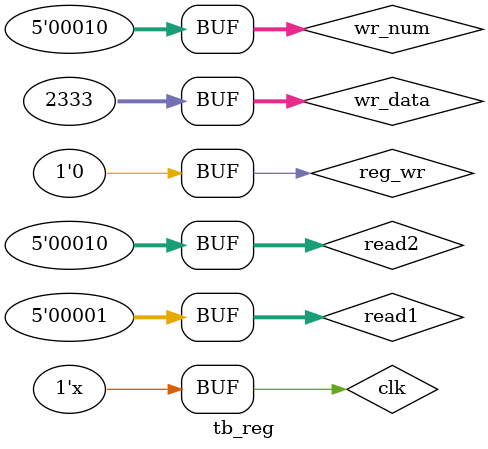
<source format=v>
`timescale 1ns / 1ps


`include "reg.v"
module tb_reg;

// Inputs
reg clk;
reg reg_wr;
reg [4:0] read1;
reg [4:0] read2;
reg [4:0] wr_num;
reg [31:0] wr_data;

// Outputs
wire [31:0] data1;
wire [31:0] data2;

// Instantiate the Unit Under Test (UUT)
greg uut (
         .clk(clk),
         .reg_wr(reg_wr),
         .read1(read1),
         .read2(read2),
         .wr_num(wr_num),
         .wr_data(wr_data),
         .data1(data1),
         .data2(data2)
     );

always  begin
    clk = ~clk;
    #5;
end

initial begin
    // Initialize Inputs
    clk = 1;
    reg_wr = 0;
    read1 = 0;
    read2 = 0;
    wr_num = 0;
    wr_data = 0;

    // Wait 100 ns for global reset to finish
    #100;
    reg_wr =  1;
    read1  =  0;
    read2  =  0;
    wr_num =  0;
    wr_data = 2333;
    #10;
    reg_wr =  1;
    read1  =  0;
    read2  =  0;
    wr_num =  1;
    wr_data = 2333;
    #10;
    reg_wr =  0;
    read1  =  1;
    read2  =  2;
    wr_num =  2;
    wr_data = 2333;


    // Add stimulus here

end

endmodule


</source>
